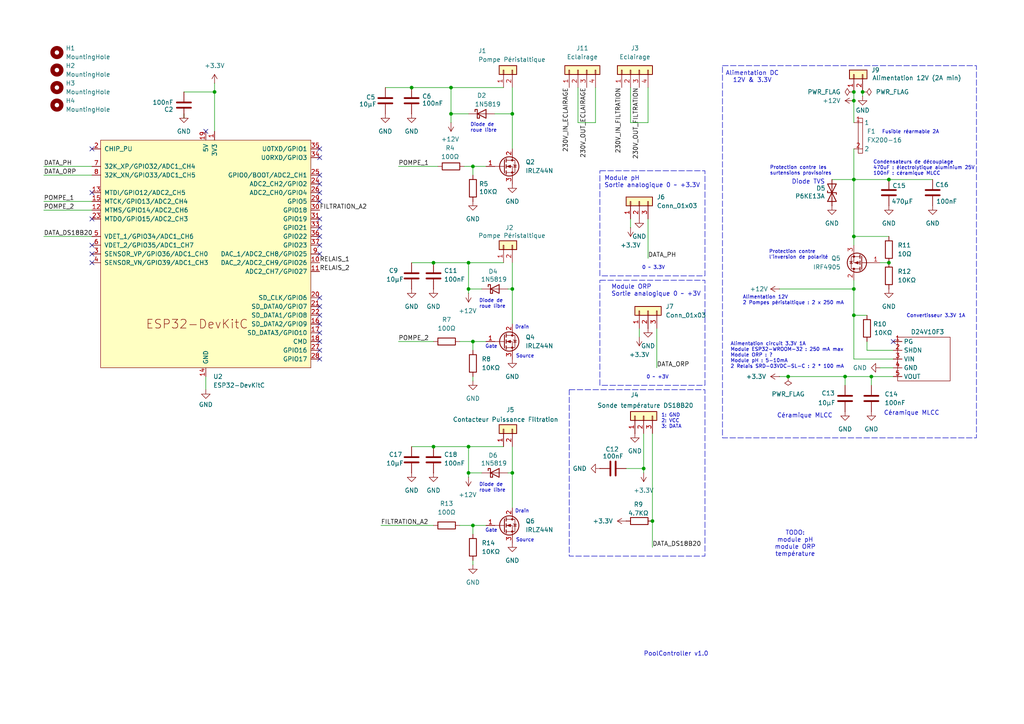
<source format=kicad_sch>
(kicad_sch (version 20250114) (generator "eeschema") (generator_version "9.0")
  (paper "A4")
  (rectangle (start 173.99 81.28) (end 204.47 111.76) (stroke (width 0) (type dash)))
  (rectangle (start 165.1 113.03) (end 204.47 161.29) (stroke (width 0) (type dash)))
  (rectangle (start -21.59 219.71) (end 40.64 285.75) (stroke (width 0) (type dash)))
  (rectangle (start 173.99 49.53) (end 204.47 80.01) (stroke (width 0) (type dash)))
  (rectangle (start -67.31 125.73) (end -6.35 191.77) (stroke (width 0) (type dash)))
  (rectangle (start 209.55 19.05) (end 283.21 127) (stroke (width 0) (type dash)))
  (text "Alimentation DC\n12V & 3.3V" (at 218.186 22.352 0) (effects (font (size 1.27 1.27))))
  (text "Protection contre \nl'inversion de polarité" (at 223.012 73.914 0) (effects (font (size 1.016 1.016)) (justify left)))
  (text "Diode de\nroue libre" (at -16.002 171.196 0) (effects (font (size 1.016 1.016)) (justify left)))
  (text "Céramique MLCC" (at 264.414 119.888 0) (effects (font (size 1.27 1.27))))
  (text "Diode de\nroue libre" (at 138.938 141.478 0) (effects (font (size 1.016 1.016)) (justify left)))
  (text "PoolController v1.0" (at 196.088 189.738 0) (effects (font (size 1.27 1.27))))
  (text "Gate" (at 130.556 256.794 0) (effects (font (size 1.016 1.016)) (justify left)))
  (text "TODO:\nmodule pH\nmodule ORP\ntempérature" (at 230.632 157.734 0) (effects (font (size 1.27 1.27))))
  (text "Drain" (at 139.192 251.206 0) (effects (font (size 1.016 1.016)) (justify left)))
  (text "Diode de\nroue libre" (at 136.398 37.084 0) (effects (font (size 1.016 1.016)) (justify left)))
  (text "Module ORP \nSortie analogique 0 ~ +3V" (at 177.292 84.328 0) (effects (font (size 1.27 1.27)) (justify left)))
  (text "Diode de\nroue libre" (at 128.778 244.348 0) (effects (font (size 1.016 1.016)) (justify left)))
  (text "Snubber\nRC" (at -66.04 159.258 0) (effects (font (size 1.016 1.016)) (justify left)))
  (text "Alimentation circuit 3.3V 1A\nModule ESP32-WROOM-32 : 250 mA max\nModule ORP : ?\nModule pH : 5-10mA\n2 Relais SRD-03VDC-SL-C : 2 * 100 mA" (at 211.836 103.124 0) (effects (font (size 1.016 1.016)) (justify left)))
  (text "Drain" (at 149.352 94.996 0) (effects (font (size 1.016 1.016)) (justify left)))
  (text "Source" (at 149.606 156.718 0) (effects (font (size 1.016 1.016)) (justify left)))
  (text "Drain" (at 149.352 148.336 0) (effects (font (size 1.016 1.016)) (justify left)))
  (text "Source" (at 149.606 103.378 0) (effects (font (size 1.016 1.016)) (justify left)))
  (text "1: GND\n2: VCC\n3: DATA" (at 191.77 122.174 0) (effects (font (size 1.016 1.016)) (justify left)))
  (text "Alimentation 12V\n2 Pompes péristaltique : 2 x 250 mA" (at 215.392 87.122 0) (effects (font (size 1.016 1.016)) (justify left)))
  (text "Diode TVS" (at 234.442 52.832 0) (effects (font (size 1.27 1.27))))
  (text "Source" (at 139.446 259.588 0) (effects (font (size 1.016 1.016)) (justify left)))
  (text "Gate" (at 140.716 153.924 0) (effects (font (size 1.016 1.016)) (justify left)))
  (text "0 ~ +3V" (at 187.452 109.474 0) (effects (font (size 1.016 1.016)) (justify left)))
  (text "Module pH\nSortie analogique 0 ~ +3.3V" (at 175.26 52.832 0) (effects (font (size 1.27 1.27)) (justify left)))
  (text "Convertisseur 3.3V 1A" (at 262.89 91.694 0) (effects (font (size 1.016 1.016)) (justify left)))
  (text "Relais 1\nEclairage" (at -15.748 223.266 0) (effects (font (size 1.27 1.27))))
  (text "Diode de\nroue libre" (at 31.242 264.414 0) (effects (font (size 1.016 1.016)) (justify left)))
  (text "0 ~ 3.3V" (at 186.182 77.724 0) (effects (font (size 1.016 1.016)) (justify left)))
  (text "Fusible réarmable 2A" (at 255.778 38.354 0) (effects (font (size 1.016 1.016)) (justify left)))
  (text "Gate" (at 140.716 100.584 0) (effects (font (size 1.016 1.016)) (justify left)))
  (text "Snubber\nRC" (at -20.828 253.746 0) (effects (font (size 1.016 1.016)) (justify left)))
  (text "Condensateurs de découplage\n470uF : électrolytique aluminium 25V\n100nF : céramique MLCC" (at 253.238 48.768 0) (effects (font (size 1.016 1.016)) (justify left)))
  (text "Diode de\nroue libre" (at 138.938 88.138 0) (effects (font (size 1.016 1.016)) (justify left)))
  (text "Relais 2\nFiltration" (at -61.468 129.286 0) (effects (font (size 1.27 1.27))))
  (text "Céramique MLCC" (at 233.426 120.65 0) (effects (font (size 1.27 1.27))))
  (text "Protection contre les\nsurtensions provisoires" (at 223.266 49.53 0) (effects (font (size 1.016 1.016)) (justify left)))
  (junction (at -40.64 162.56))
  (junction (at 3.81 256.54))
  (junction (at 245.11 109.22))
  (junction (at 247.65 83.82))
  (junction (at 137.16 48.26))
  (junction (at 137.16 152.4))
  (junction (at -6.35 241.3))
  (junction (at 12.7 256.54))
  (junction (at 125.73 76.2))
  (junction (at 130.81 33.02))
  (junction (at 252.73 109.22))
  (junction (at -53.34 179.07))
  (junction (at 247.65 68.58))
  (junction (at 125.73 232.41))
  (junction (at 148.59 83.82))
  (junction (at 257.81 52.07))
  (junction (at -8.89 273.05))
  (junction (at 62.23 26.67))
  (junction (at 135.89 76.2))
  (junction (at 127 255.27))
  (junction (at 3.81 241.3))
  (junction (at 247.65 52.07))
  (junction (at 250.19 26.67))
  (junction (at 257.81 76.2))
  (junction (at 19.05 256.54))
  (junction (at 115.57 232.41))
  (junction (at 138.43 240.03))
  (junction (at -33.02 162.56))
  (junction (at 247.65 26.67))
  (junction (at 137.16 99.06))
  (junction (at 186.69 135.89))
  (junction (at -26.67 162.56))
  (junction (at 148.59 33.02))
  (junction (at 247.65 29.21))
  (junction (at 135.89 137.16))
  (junction (at 148.59 137.16))
  (junction (at 135.89 83.82))
  (junction (at -50.8 147.32))
  (junction (at 135.89 129.54))
  (junction (at 189.23 151.13))
  (junction (at 247.65 91.44))
  (junction (at 130.81 25.4))
  (junction (at 228.6 109.22))
  (junction (at 119.38 25.4))
  (junction (at 125.73 129.54))
  (junction (at 125.73 240.03))
  (junction (at -40.64 147.32))
  (no_connect (at 92.71 50.8))
  (no_connect (at -3.81 256.54))
  (no_connect (at 92.71 71.12))
  (no_connect (at 26.67 55.88))
  (no_connect (at 92.71 66.04))
  (no_connect (at 59.69 38.1))
  (no_connect (at 26.67 71.12))
  (no_connect (at 92.71 101.6))
  (no_connect (at 92.71 45.72))
  (no_connect (at 92.71 91.44))
  (no_connect (at 26.67 63.5))
  (no_connect (at 26.67 76.2))
  (no_connect (at -48.26 162.56))
  (no_connect (at 92.71 68.58))
  (no_connect (at 259.08 99.06))
  (no_connect (at 92.71 58.42))
  (no_connect (at 92.71 73.66))
  (no_connect (at 92.71 93.98))
  (no_connect (at 92.71 63.5))
  (no_connect (at 26.67 43.18))
  (no_connect (at 92.71 86.36))
  (no_connect (at 92.71 99.06))
  (no_connect (at 92.71 53.34))
  (no_connect (at 26.67 73.66))
  (no_connect (at 92.71 88.9))
  (no_connect (at 92.71 96.52))
  (no_connect (at 92.71 104.14))
  (no_connect (at 92.71 43.18))
  (no_connect (at 92.71 55.88))
  (wire (pts (xy 12.7 257.81) (xy 12.7 256.54)))
  (wire (pts (xy 137.16 109.22) (xy 137.16 110.49)))
  (wire (pts (xy -40.64 162.56) (xy -40.64 184.15)))
  (wire (pts (xy 135.89 76.2) (xy 146.05 76.2)))
  (wire (pts (xy 182.88 66.04) (xy 182.88 63.5)))
  (wire (pts (xy 181.61 135.89) (xy 186.69 135.89)))
  (wire (pts (xy 247.65 104.14) (xy 259.08 104.14)))
  (wire (pts (xy -8.89 256.54) (xy -8.89 273.05)))
  (wire (pts (xy 59.69 113.03) (xy 59.69 109.22)))
  (wire (pts (xy -53.34 179.07) (xy -53.34 184.15)))
  (wire (pts (xy 245.11 109.22) (xy 245.11 111.76)))
  (wire (pts (xy 125.73 129.54) (xy 135.89 129.54)))
  (wire (pts (xy 247.65 83.82) (xy 247.65 91.44)))
  (wire (pts (xy 245.11 109.22) (xy 252.73 109.22)))
  (wire (pts (xy 137.16 99.06) (xy 140.97 99.06)))
  (wire (pts (xy 125.73 240.03) (xy 129.54 240.03)))
  (wire (pts (xy 143.51 33.02) (xy 148.59 33.02)))
  (wire (pts (xy 109.22 232.41) (xy 115.57 232.41)))
  (wire (pts (xy 148.59 83.82) (xy 148.59 93.98)))
  (wire (pts (xy 187.96 25.4) (xy 187.96 35.56)))
  (wire (pts (xy 189.23 125.73) (xy 189.23 151.13)))
  (wire (pts (xy 252.73 109.22) (xy 259.08 109.22)))
  (wire (pts (xy 137.16 240.03) (xy 138.43 240.03)))
  (wire (pts (xy 228.6 109.22) (xy 245.11 109.22)))
  (wire (pts (xy -2.54 228.6) (xy -1.27 228.6)))
  (wire (pts (xy 119.38 76.2) (xy 125.73 76.2)))
  (wire (pts (xy 119.38 25.4) (xy 130.81 25.4)))
  (wire (pts (xy 187.96 63.5) (xy 187.96 74.93)))
  (wire (pts (xy 257.81 52.07) (xy 270.51 52.07)))
  (wire (pts (xy 135.89 85.09) (xy 135.89 83.82)))
  (wire (pts (xy 137.16 152.4) (xy 140.97 152.4)))
  (wire (pts (xy 186.69 135.89) (xy 186.69 125.73)))
  (wire (pts (xy 182.88 35.56) (xy 187.96 35.56)))
  (wire (pts (xy 12.7 68.58) (xy 26.67 68.58)))
  (wire (pts (xy -53.34 179.07) (xy -63.5 179.07)))
  (wire (pts (xy 19.05 256.54) (xy 30.48 256.54)))
  (wire (pts (xy 135.89 138.43) (xy 135.89 137.16)))
  (wire (pts (xy 3.81 241.3) (xy 38.1 241.3)))
  (wire (pts (xy 12.7 60.96) (xy 26.67 60.96)))
  (wire (pts (xy 167.64 35.56) (xy 172.72 35.56)))
  (wire (pts (xy 252.73 109.22) (xy 252.73 111.76)))
  (wire (pts (xy -63.5 154.94) (xy -63.5 147.32)))
  (wire (pts (xy -26.67 162.56) (xy -26.67 163.83)))
  (wire (pts (xy 247.65 91.44) (xy 247.65 104.14)))
  (wire (pts (xy 127 255.27) (xy 127 257.81)))
  (wire (pts (xy 115.57 99.06) (xy 125.73 99.06)))
  (wire (pts (xy 147.32 83.82) (xy 148.59 83.82)))
  (wire (pts (xy 125.73 232.41) (xy 135.89 232.41)))
  (wire (pts (xy 8.89 228.6) (xy 11.43 228.6)))
  (wire (pts (xy -6.35 238.76) (xy -6.35 241.3)))
  (wire (pts (xy 247.65 26.67) (xy 247.65 29.21)))
  (wire (pts (xy -33.02 162.56) (xy -26.67 162.56)))
  (wire (pts (xy 226.06 109.22) (xy 228.6 109.22)))
  (wire (pts (xy 137.16 152.4) (xy 137.16 154.94)))
  (wire (pts (xy 119.38 129.54) (xy 125.73 129.54)))
  (wire (pts (xy -17.78 250.19) (xy -17.78 241.3)))
  (wire (pts (xy -46.99 134.62) (xy -45.72 134.62)))
  (wire (pts (xy 137.16 48.26) (xy 140.97 48.26)))
  (wire (pts (xy 167.64 25.4) (xy 167.64 35.56)))
  (wire (pts (xy 259.08 106.68) (xy 255.27 106.68)))
  (wire (pts (xy 247.65 81.28) (xy 247.65 83.82)))
  (wire (pts (xy 137.16 99.06) (xy 137.16 101.6)))
  (wire (pts (xy 130.81 25.4) (xy 130.81 33.02)))
  (wire (pts (xy -35.56 134.62) (xy -33.02 134.62)))
  (wire (pts (xy 38.1 256.54) (xy 38.1 241.3)))
  (wire (pts (xy 130.81 33.02) (xy 135.89 33.02)))
  (wire (pts (xy 133.35 152.4) (xy 137.16 152.4)))
  (wire (pts (xy 62.23 24.13) (xy 62.23 26.67)))
  (wire (pts (xy -17.78 264.16) (xy -17.78 265.43)))
  (wire (pts (xy 3.81 256.54) (xy 3.81 278.13)))
  (wire (pts (xy 3.81 241.3) (xy 3.81 236.22)))
  (wire (pts (xy 123.19 255.27) (xy 127 255.27)))
  (wire (pts (xy 148.59 33.02) (xy 148.59 43.18)))
  (wire (pts (xy -17.78 241.3) (xy -6.35 241.3)))
  (wire (pts (xy 259.08 101.6) (xy 251.46 101.6)))
  (wire (pts (xy -40.64 147.32) (xy -8.89 147.32)))
  (wire (pts (xy 135.89 83.82) (xy 139.7 83.82)))
  (wire (pts (xy 148.59 76.2) (xy 148.59 83.82)))
  (wire (pts (xy 125.73 240.03) (xy 125.73 232.41)))
  (wire (pts (xy 137.16 162.56) (xy 137.16 163.83)))
  (wire (pts (xy 247.65 52.07) (xy 247.65 68.58)))
  (wire (pts (xy 127 255.27) (xy 130.81 255.27)))
  (wire (pts (xy 12.7 50.8) (xy 26.67 50.8)))
  (wire (pts (xy -40.64 162.56) (xy -33.02 162.56)))
  (wire (pts (xy 250.19 26.67) (xy 250.19 27.94)))
  (wire (pts (xy 125.73 76.2) (xy 135.89 76.2)))
  (wire (pts (xy -26.67 162.56) (xy -16.51 162.56)))
  (wire (pts (xy 130.81 33.02) (xy 130.81 35.56)))
  (wire (pts (xy 130.81 25.4) (xy 146.05 25.4)))
  (wire (pts (xy 172.72 35.56) (xy 172.72 25.4)))
  (wire (pts (xy 53.34 26.67) (xy 62.23 26.67)))
  (wire (pts (xy -50.8 143.51) (xy -50.8 147.32)))
  (wire (pts (xy 127 265.43) (xy 127 266.7)))
  (wire (pts (xy -8.89 162.56) (xy -8.89 147.32)))
  (wire (pts (xy -17.78 273.05) (xy -8.89 273.05)))
  (wire (pts (xy 12.7 256.54) (xy 19.05 256.54)))
  (wire (pts (xy 147.32 137.16) (xy 148.59 137.16)))
  (wire (pts (xy 247.65 68.58) (xy 257.81 68.58)))
  (wire (pts (xy 189.23 151.13) (xy 189.23 158.75)))
  (wire (pts (xy 138.43 240.03) (xy 138.43 250.19)))
  (wire (pts (xy 251.46 99.06) (xy 251.46 101.6)))
  (wire (pts (xy 182.88 25.4) (xy 182.88 35.56)))
  (wire (pts (xy 134.62 48.26) (xy 137.16 48.26)))
  (wire (pts (xy 247.65 52.07) (xy 257.81 52.07)))
  (wire (pts (xy 125.73 241.3) (xy 125.73 240.03)))
  (wire (pts (xy 148.59 129.54) (xy 148.59 137.16)))
  (wire (pts (xy -63.5 147.32) (xy -50.8 147.32)))
  (wire (pts (xy -63.5 179.07) (xy -63.5 177.8)))
  (wire (pts (xy 247.65 68.58) (xy 247.65 71.12)))
  (wire (pts (xy -53.34 162.56) (xy -53.34 179.07)))
  (wire (pts (xy 190.5 95.25) (xy 190.5 106.68)))
  (wire (pts (xy 241.3 52.07) (xy 247.65 52.07)))
  (wire (pts (xy 247.65 29.21) (xy 247.65 35.56)))
  (wire (pts (xy 100.33 255.27) (xy 115.57 255.27)))
  (wire (pts (xy 12.7 58.42) (xy 26.67 58.42)))
  (wire (pts (xy 53.34 34.29) (xy 53.34 33.02)))
  (wire (pts (xy -8.89 273.05) (xy -8.89 278.13)))
  (wire (pts (xy 111.76 25.4) (xy 119.38 25.4)))
  (wire (pts (xy 133.35 99.06) (xy 137.16 99.06)))
  (wire (pts (xy -40.64 142.24) (xy -40.64 147.32)))
  (wire (pts (xy 137.16 48.26) (xy 137.16 50.8)))
  (wire (pts (xy 115.57 232.41) (xy 125.73 232.41)))
  (wire (pts (xy 148.59 137.16) (xy 148.59 147.32)))
  (wire (pts (xy -17.78 273.05) (xy -17.78 271.78)))
  (wire (pts (xy 135.89 137.16) (xy 139.7 137.16)))
  (wire (pts (xy 226.06 83.82) (xy 247.65 83.82)))
  (wire (pts (xy 186.69 137.16) (xy 186.69 135.89)))
  (wire (pts (xy 148.59 25.4) (xy 148.59 33.02)))
  (wire (pts (xy 115.57 48.26) (xy 127 48.26)))
  (wire (pts (xy 135.89 129.54) (xy 146.05 129.54)))
  (wire (pts (xy 3.81 256.54) (xy 12.7 256.54)))
  (wire (pts (xy 62.23 26.67) (xy 62.23 38.1)))
  (wire (pts (xy 135.89 137.16) (xy 135.89 129.54)))
  (wire (pts (xy 138.43 232.41) (xy 138.43 240.03)))
  (wire (pts (xy 247.65 43.18) (xy 247.65 52.07)))
  (wire (pts (xy 110.49 152.4) (xy 125.73 152.4)))
  (wire (pts (xy 247.65 91.44) (xy 251.46 91.44)))
  (wire (pts (xy 135.89 83.82) (xy 135.89 76.2)))
  (wire (pts (xy 19.05 257.81) (xy 19.05 256.54)))
  (wire (pts (xy -33.02 162.56) (xy -33.02 163.83)))
  (wire (pts (xy 12.7 48.26) (xy 26.67 48.26)))
  (wire (pts (xy 185.42 97.79) (xy 185.42 95.25)))
  (wire (pts (xy 257.81 76.2) (xy 255.27 76.2)))
  (label "FILTRATION_A2" (at 92.71 60.96 0))
  (label "POMPE_1" (at 115.57 48.26 0))
  (label "DATA_DS18B20" (at 12.7 68.58 0))
  (label "DATA_PH" (at 187.96 74.93 0))
  (label "230V_IN_ECLAIRAGE" (at -6.35 238.76 180))
  (label "230V_IN_FILTRATION" (at -50.8 143.51 180))
  (label "POMPE_2" (at 12.7 60.96 0))
  (label "DATA_ORP" (at 12.7 50.8 0))
  (label "POMPE_2" (at 115.57 99.06 0))
  (label "230V_OUT_FILTRATION" (at -53.34 184.15 180))
  (label "FILTRATION_A2" (at 110.49 152.4 0))
  (label "230V_OUT_ECLAIRAGE" (at 170.18 25.4 270))
  (label "RELAIS_2" (at -25.4 134.62 0))
  (label "DATA_PH" (at 12.7 48.26 0))
  (label "DATA_ORP" (at 190.5 106.68 0))
  (label "230V_IN_ECLAIRAGE" (at 165.1 25.4 270))
  (label "POMPE_1" (at 12.7 58.42 0))
  (label "FILTRATION_A2" (at 100.33 255.27 0))
  (label "DATA_DS18B20" (at 189.23 158.75 0))
  (label "230V_OUT_ECLAIRAGE" (at -8.89 278.13 180))
  (label "RELAIS_2" (at 92.71 78.74 0))
  (label "RELAIS_1" (at 19.05 228.6 0))
  (label "230V_IN_FILTRATION" (at 180.34 25.4 270))
  (label "230V_OUT_FILTRATION" (at 185.42 25.4 270))
  (label "RELAIS_1" (at 92.71 76.2 0))
  (symbol (lib_id "power:+3.3V") (at 181.61 151.13 90) (unit 1)
    (property "Reference" "#PWR023" (effects (hide yes)))
    (property "Value" "+3.3V" (at 177.8 151.1299 90) (effects (justify left)))
    (property "Description" "Power symbol creates a global label with name \"+3.3V\"" (effects (hide yes)))
  )
  (symbol (lib_id "power:+3.3V") (at 185.42 97.79 180) (unit 1)
    (property "Reference" "#PWR027" (effects (hide yes)))
    (property "Value" "+3.3V" (at 185.42 102.87 0))
    (property "Description" "Power symbol creates a global label with name \"+3.3V\"" (effects (hide yes)))
  )
  (symbol (lib_id "Device:C") (at 245.11 115.57 0) (unit 1)
    (property "Reference" "C13" (at 238.252 114.046 0) (effects (justify left)))
    (property "Value" "10 µF" (at 237.236 116.84 0) (effects (justify left)))
    (property "Footprint" "Capacitor_THT:C_Disc_D6.0mm_W4.4mm_P5.00mm" (effects (hide yes)))
    (property "Description" "Unpolarized capacitor" (effects (hide yes)))
  )
  (symbol (lib_id "Device:R") (at 137.16 158.75 0) (unit 1)
    (property "Reference" "R14" (at 139.7 157.4799 0) (effects (justify left)))
    (property "Value" "10KΩ" (at 139.7 160.0199 0) (effects (justify left)))
    (property "Footprint" "Resistor_THT:R_Axial_DIN0207_L6.3mm_D2.5mm_P10.16mm_Horizontal" (effects (hide yes)))
    (property "Description" "Resistor" (effects (hide yes)))
  )
  (symbol (lib_id "power:+3.3V") (at 3.81 278.13 180) (unit 1)
    (property "Reference" "#PWR03" (effects (hide yes)))
    (property "Value" "+3.3V" (at 3.81 283.21 0))
    (property "Description" "Power symbol creates a global label with name \"+3.3V\"" (effects (hide yes)))
  )
  (symbol (lib_id "power:GND") (at 111.76 33.02 0) (unit 1)
    (property "Reference" "#PWR08" (effects (hide yes)))
    (property "Value" "GND" (at 111.76 38.1 0))
    (property "Description" "Power symbol creates a global label with name \"GND\" , ground" (effects (hide yes)))
  )
  (symbol (lib_id "Device:C") (at 119.38 133.35 0) (unit 1)
    (property "Reference" "C17" (at 112.776 131.826 0) (effects (justify left)))
    (property "Value" "10 µF" (at 112.014 134.366 0) (effects (justify left)))
    (property "Footprint" "Capacitor_THT:C_Disc_D6.0mm_W4.4mm_P5.00mm" (effects (hide yes)))
    (property "Description" "Unpolarized capacitor" (effects (hide yes)))
  )
  (symbol (lib_id "power:GND") (at 173.99 135.89 270) (unit 1)
    (property "Reference" "#PWR022" (effects (hide yes)))
    (property "Value" "GND" (at 170.18 135.8899 90) (effects (justify right)))
    (property "Description" "Power symbol creates a global label with name \"GND\" , ground" (effects (hide yes)))
  )
  (symbol (lib_id "power:GND") (at 19.05 265.43 0) (unit 1)
    (property "Reference" "#PWR07" (effects (hide yes)))
    (property "Value" "GND" (at 19.05 270.51 0))
    (property "Description" "Power symbol creates a global label with name \"GND\" , ground" (effects (hide yes)))
  )
  (symbol (lib_id "power:GND") (at 12.7 265.43 0) (unit 1)
    (property "Reference" "#PWR06" (effects (hide yes)))
    (property "Value" "GND" (at 12.7 270.51 0))
    (property "Description" "Power symbol creates a global label with name \"GND\" , ground" (effects (hide yes)))
  )
  (symbol (lib_id "power:GND") (at 187.96 95.25 0) (unit 1)
    (property "Reference" "#PWR029" (effects (hide yes)))
    (property "Value" "GND" (at 187.96 100.33 0))
    (property "Description" "Power symbol creates a global label with name \"GND\" , ground" (effects (hide yes)))
  )
  (symbol (lib_id "Transistor_BJT:PN2222A") (at 3.81 231.14 90) (unit 1)
    (property "Reference" "Q1" (at 3.81 222.25 90))
    (property "Value" "PN2222A" (at 3.81 224.79 90))
    (property "Footprint" "Package_TO_SOT_THT:TO-92_Inline" (effects (hide yes)))
    (property "Datasheet" "https://www.onsemi.com/pub/Collateral/PN2222-D.PDF" (effects (hide yes)))
    (property "Description" "1A Ic, 40V Vce, NPN Transistor, General Purpose Transistor, TO-92" (effects (hide yes)))
  )
  (symbol (lib_id "power:GND") (at 148.59 157.48 0) (unit 1)
    (property "Reference" "#PWR045" (effects (hide yes)))
    (property "Value" "GND" (at 148.59 162.56 0))
    (property "Description" "Power symbol creates a global label with name \"GND\" , ground" (effects (hide yes)))
  )
  (symbol (lib_id "power:GND") (at 184.15 125.73 0) (unit 1)
    (property "Reference" "#PWR024" (effects (hide yes)))
    (property "Value" "GND" (at 184.15 130.81 0))
    (property "Description" "Power symbol creates a global label with name \"GND\" , ground" (effects (hide yes)))
  )
  (symbol (lib_id "power:GND") (at 125.73 137.16 0) (unit 1)
    (property "Reference" "#PWR043" (effects (hide yes)))
    (property "Value" "GND" (at 125.73 142.24 0))
    (property "Description" "Power symbol creates a global label with name \"GND\" , ground" (effects (hide yes)))
  )
  (symbol (lib_id "power:GND") (at 270.51 59.69 0) (unit 1)
    (property "Reference" "#PWR039" (effects (hide yes)))
    (property "Value" "GND" (at 270.51 64.77 0))
    (property "Description" "Power symbol creates a global label with name \"GND\" , ground" (effects (hide yes)))
  )
  (symbol (lib_id "Device:C") (at -33.02 167.64 0) (unit 1)
    (property "Reference" "C8" (at -38.862 165.862 0) (effects (justify left)))
    (property "Value" "10 µF" (at -39.37 169.926 0) (effects (justify left)))
    (property "Footprint" "Capacitor_THT:C_Disc_D6.0mm_W4.4mm_P5.00mm" (effects (hide yes)))
    (property "Description" "Unpolarized capacitor" (effects (hide yes)))
  )
  (symbol (lib_id "Transistor_FET:IRLZ44N") (at 146.05 99.06 0) (unit 1)
    (property "Reference" "Q4" (at 152.4 97.7899 0) (effects (justify left)))
    (property "Value" "IRLZ44N" (at 152.4 100.3299 0) (effects (justify left)))
    (property "Footprint" "Package_TO_SOT_THT:TO-220-3_Vertical" (effects (hide yes)))
    (property "Datasheet" "http://www.irf.com/product-info/datasheets/data/irlz44n.pdf" (effects (hide yes)))
    (property "Description" "47A Id, 55V Vds, 22mOhm Rds Single N-Channel HEXFET Power MOSFET, TO-220AB" (effects (hide yes)))
  )
  (symbol (lib_id "Diode:1N5819") (at 143.51 83.82 0) (unit 1)
    (property "Reference" "D4" (at 143.002 78.74 0))
    (property "Value" "1N5819" (at 143.256 81.026 0))
    (property "Footprint" "Diode_THT:D_DO-15_P10.16mm_Horizontal" (effects (hide yes)))
    (property "Datasheet" "http://www.vishay.com/docs/88525/1n5817.pdf" (effects (hide yes)))
    (property "Description" "40V 1A Schottky Barrier Rectifier Diode, DO-41" (effects (hide yes)))
  )
  (symbol (lib_id "power:PWR_FLAG") (at 250.19 26.67 270) (unit 1)
    (property "Reference" "#FLG015" (effects (hide yes)))
    (property "Value" "PWR_FLAG" (at 254 26.6699 90) (effects (justify left)))
    (property "Description" "Special symbol for telling ERC where power comes from" (effects (hide yes)))
  )
  (symbol (lib_id "Relay:SANYOU_SRD_Form_C") (at -45.72 154.94 180) (unit 1)
    (property "Reference" "K2" (at -34.29 153.6699 0) (effects (justify right)))
    (property "Value" "SANYOU_SRD_Form_C" (at -34.29 156.2099 0) (effects (justify right)))
    (property "Footprint" "Relay_THT:Relay_SPDT_SANYOU_SRD_Series_Form_C" (effects (hide yes)))
    (property "Datasheet" "http://www.sanyourelay.ca/public/products/pdf/SRD.pdf" (effects (hide yes)))
    (property "Description" "Sanyo SRD relay, Single Pole Miniature Power Relay," (effects (hide yes)))
  )
  (symbol (lib_id "MySymbols.lib:C_X2_Snubber_PME271") (at -63.5 162.56 0) (unit 1)
    (property "Reference" "C7" (at -60.452 162.56 0) (effects (justify left)))
    (property "Value" "PME271MB6100MR30" (at -62.484 165.862 0) (effects (justify left)))
    (property "Footprint" "Capacitor_THT:C_Rect_L19.0mm_W9.0mm_P15.00mm_MKS4" (effects (hide yes)))
    (property "Description" "Unpolarized capacitor" (effects (hide yes)))
  )
  (symbol (lib_id "Connector_Generic:Conn_01x03") (at 186.69 120.65 90) (unit 1)
    (property "Reference" "J4" (at 182.88 114.554 90) (effects (justify right)))
    (property "Value" "Sonde température DS18B20" (at 173.228 117.602 90) (effects (justify right)))
    (property "Footprint" "TerminalBlock_Altech:Altech_AK100_1x03_P5.00mm" (effects (hide yes)))
    (property "Description" "Generic connector, single row, 01x03, script generated (kicad-library-utils/schlib/autogen/connector/)" (effects (hide yes)))
  )
  (symbol (lib_id "Device:R") (at 257.81 72.39 0) (unit 1)
    (property "Reference" "R11" (at 260.35 71.1199 0) (effects (justify left)))
    (property "Value" "10Ω" (at 260.35 73.6599 0) (effects (justify left)))
    (property "Footprint" "Resistor_THT:R_Axial_DIN0207_L6.3mm_D2.5mm_P10.16mm_Horizontal" (effects (hide yes)))
    (property "Description" "Resistor" (effects (hide yes)))
  )
  (symbol (lib_id "power:GND") (at 119.38 33.02 0) (unit 1)
    (property "Reference" "#PWR09" (effects (hide yes)))
    (property "Value" "GND" (at 119.38 38.1 0))
    (property "Description" "Power symbol creates a global label with name \"GND\" , ground" (effects (hide yes)))
  )
  (symbol (lib_id "power:PWR_FLAG") (at 228.6 109.22 180) (unit 1)
    (property "Reference" "#FLG011" (effects (hide yes)))
    (property "Value" "PWR_FLAG" (at 228.6 114.3 0))
    (property "Description" "Special symbol for telling ERC where power comes from" (effects (hide yes)))
  )
  (symbol (lib_id "power:GND") (at -46.99 134.62 270) (unit 1)
    (property "Reference" "#PWR012" (effects (hide yes)))
    (property "Value" "GND" (at -50.8 134.6199 90) (effects (justify right)))
    (property "Description" "Power symbol creates a global label with name \"GND\" , ground" (effects (hide yes)))
  )
  (symbol (lib_id "power:GND") (at 137.16 110.49 0) (unit 1)
    (property "Reference" "#PWR019" (effects (hide yes)))
    (property "Value" "GND" (at 137.16 115.57 0))
    (property "Description" "Power symbol creates a global label with name \"GND\" , ground" (effects (hide yes)))
  )
  (symbol (lib_id "Device:R") (at 119.38 255.27 270) (unit 1)
    (property "Reference" "R15" (at 119.38 248.92 90))
    (property "Value" "100Ω" (at 119.38 251.46 90))
    (property "Footprint" "Resistor_THT:R_Axial_DIN0207_L6.3mm_D2.5mm_P10.16mm_Horizontal" (effects (hide yes)))
    (property "Description" "Resistor" (effects (hide yes)))
  )
  (symbol (lib_id "power:GND") (at 59.69 113.03 0) (unit 1)
    (property "Reference" "#PWR05" (effects (hide yes)))
    (property "Value" "GND" (at 59.69 117.348 0))
    (property "Description" "Power symbol creates a global label with name \"GND\" , ground" (effects (hide yes)))
  )
  (symbol (lib_id "Transistor_FET:IRLZ44N") (at 146.05 152.4 0) (unit 1)
    (property "Reference" "Q6" (at 152.4 151.1299 0) (effects (justify left)))
    (property "Value" "IRLZ44N" (at 152.4 153.6699 0) (effects (justify left)))
    (property "Footprint" "Package_TO_SOT_THT:TO-220-3_Vertical" (effects (hide yes)))
    (property "Datasheet" "http://www.irf.com/product-info/datasheets/data/irlz44n.pdf" (effects (hide yes)))
    (property "Description" "47A Id, 55V Vds, 22mOhm Rds Single N-Channel HEXFET Power MOSFET, TO-220AB" (effects (hide yes)))
  )
  (symbol (lib_id "power:GND") (at 109.22 240.03 0) (unit 1)
    (property "Reference" "#PWR041" (effects (hide yes)))
    (property "Value" "GND" (at 109.22 245.11 0))
    (property "Description" "Power symbol creates a global label with name \"GND\" , ground" (effects (hide yes)))
  )
  (symbol (lib_id "Device:R") (at 257.81 80.01 0) (unit 1)
    (property "Reference" "R12" (at 260.35 78.7399 0) (effects (justify left)))
    (property "Value" "10KΩ" (at 260.35 81.2799 0) (effects (justify left)))
    (property "Footprint" "Resistor_THT:R_Axial_DIN0207_L6.3mm_D2.5mm_P10.16mm_Horizontal" (effects (hide yes)))
    (property "Description" "Resistor" (effects (hide yes)))
  )
  (symbol (lib_id "Device:C") (at 270.51 55.88 0) (unit 1)
    (property "Reference" "C16" (at 271.272 53.594 0) (effects (justify left)))
    (property "Value" "100nF" (at 271.526 58.42 0) (effects (justify left)))
    (property "Footprint" "Capacitor_THT:C_Disc_D3.8mm_W2.6mm_P2.50mm" (effects (hide yes)))
    (property "Description" "Unpolarized capacitor" (effects (hide yes)))
  )
  (symbol (lib_id "power:GND") (at 257.81 83.82 0) (unit 1)
    (property "Reference" "#PWR038" (effects (hide yes)))
    (property "Value" "GND" (at 257.81 88.9 0))
    (property "Description" "Power symbol creates a global label with name \"GND\" , ground" (effects (hide yes)))
  )
  (symbol (lib_id "Device:C") (at 109.22 236.22 0) (unit 1)
    (property "Reference" "C19" (at 102.616 234.696 0) (effects (justify left)))
    (property "Value" "10 µF" (at 101.854 237.236 0) (effects (justify left)))
    (property "Footprint" "Capacitor_THT:C_Disc_D6.0mm_W4.4mm_P5.00mm" (effects (hide yes)))
    (property "Description" "Unpolarized capacitor" (effects (hide yes)))
  )
  (symbol (lib_id "Connector_Generic:Conn_01x02") (at 146.05 124.46 90) (unit 1)
    (property "Reference" "J5" (at 146.812 118.872 90) (effects (justify right)))
    (property "Value" "Contacteur Puissance Filtration" (at 131.318 121.666 90) (effects (justify right)))
    (property "Footprint" "TerminalBlock_Altech:Altech_AK100_1x02_P5.00mm" (effects (hide yes)))
    (property "Description" "Generic connector, single row, 01x02, script generated (kicad-library-utils/schlib/autogen/connector/)" (effects (hide yes)))
  )
  (symbol (lib_id "power:+12V") (at 135.89 138.43 180) (unit 1)
    (property "Reference" "#PWR044" (effects (hide yes)))
    (property "Value" "+12V" (at 135.636 143.51 0))
    (property "Description" "Power symbol creates a global label with name \"+12V\"" (effects (hide yes)))
  )
  (symbol (lib_id "power:GND") (at -33.02 171.45 0) (unit 1)
    (property "Reference" "#PWR015" (effects (hide yes)))
    (property "Value" "GND" (at -33.02 176.53 0))
    (property "Description" "Power symbol creates a global label with name \"GND\" , ground" (effects (hide yes)))
  )
  (symbol (lib_id "Transistor_FET:IRF4905") (at 250.19 76.2 180) (unit 1)
    (property "Reference" "Q5" (at 243.84 74.9299 0) (effects (justify left)))
    (property "Value" "IRF4905" (at 243.84 77.4699 0) (effects (justify left)))
    (property "Footprint" "Package_TO_SOT_THT:TO-220-3_Vertical" (effects (hide yes)))
    (property "Datasheet" "http://www.infineon.com/dgdl/irf4905.pdf?fileId=5546d462533600a4015355e32165197c" (effects (hide yes)))
    (property "Description" "-74A Id, -55V Vds, Single P-Channel HEXFET Power MOSFET, 20mOhm Ron, TO-220AB" (effects (hide yes)))
  )
  (symbol (lib_id "power:GND") (at 125.73 83.82 0) (unit 1)
    (property "Reference" "#PWR018" (effects (hide yes)))
    (property "Value" "GND" (at 125.73 88.9 0))
    (property "Description" "Power symbol creates a global label with name \"GND\" , ground" (effects (hide yes)))
  )
  (symbol (lib_id "power:+12V") (at 247.65 29.21 90) (unit 1)
    (property "Reference" "#PWR040" (effects (hide yes)))
    (property "Value" "+12V" (at 243.84 29.2099 90) (effects (justify left)))
    (property "Description" "Power symbol creates a global label with name \"+12V\"" (effects (hide yes)))
  )
  (symbol (lib_id "MySymbols.lib:FX200-16") (at 247.65 39.37 0) (unit 1)
    (property "Reference" "F1" (at 251.46 38.0999 0) (effects (justify left)))
    (property "Value" "FX200-16" (at 251.46 40.6399 0) (effects (justify left)))
    (property "Footprint" "Fuse:Fuse_Bourns_MF-RHT200" (effects (hide yes)))
  )
  (symbol (lib_id "Diode:1N5819") (at 133.35 240.03 0) (unit 1)
    (property "Reference" "D7" (at 132.842 234.95 0))
    (property "Value" "1N5819" (at 133.096 237.236 0))
    (property "Footprint" "Diode_THT:D_DO-15_P10.16mm_Horizontal" (effects (hide yes)))
    (property "Datasheet" "http://www.vishay.com/docs/88525/1n5817.pdf" (effects (hide yes)))
    (property "Description" "40V 1A Schottky Barrier Rectifier Diode, DO-41" (effects (hide yes)))
  )
  (symbol (lib_id "Mechanical:MountingHole") (at 16.51 25.4 0) (unit 1) (in_bom no)
    (property "Reference" "H3" (at 19.05 24.1299 0) (effects (justify left)))
    (property "Value" "MountingHole" (at 19.05 26.6699 0) (effects (justify left)))
    (property "Footprint" "MountingHole:MountingHole_3.2mm_M3" (effects (hide yes)))
    (property "Description" "Mounting Hole without connection" (effects (hide yes)))
  )
  (symbol (lib_id "Transistor_BJT:PN2222A") (at -40.64 137.16 90) (unit 1)
    (property "Reference" "Q3" (at -40.64 128.27 90))
    (property "Value" "PN2222A" (at -40.64 130.81 90))
    (property "Footprint" "Package_TO_SOT_THT:TO-92_Inline" (effects (hide yes)))
    (property "Datasheet" "https://www.onsemi.com/pub/Collateral/PN2222-D.PDF" (effects (hide yes)))
    (property "Description" "1A Ic, 40V Vce, NPN Transistor, General Purpose Transistor, TO-92" (effects (hide yes)))
  )
  (symbol (lib_name "D24V10F3_1") (lib_id "MySymbols.lib:D24V10F3") (at 267.97 104.14 0) (unit 1)
    (property "Reference" "U3" (effects (hide yes)))
    (property "Value" "D24V10F3" (at 264.16 96.266 0) (effects (justify left)))
    (property "Footprint" "MyLibrary:Pololu_D24V10F3" (effects (hide yes)))
  )
  (symbol (lib_id "Connector_Generic:Conn_01x02") (at 146.05 20.32 90) (unit 1)
    (property "Reference" "J1" (at 138.684 14.732 90) (effects (justify right)))
    (property "Value" "Pompe Péristaltique" (at 138.684 17.272 90) (effects (justify right)))
    (property "Footprint" "TerminalBlock_Altech:Altech_AK100_1x02_P5.00mm" (effects (hide yes)))
    (property "Description" "Generic connector, single row, 01x02, script generated (kicad-library-utils/schlib/autogen/connector/)" (effects (hide yes)))
  )
  (symbol (lib_id "Device:C") (at 19.05 261.62 0) (unit 1)
    (property "Reference" "C4" (at 22.352 260.35 0) (effects (justify left)))
    (property "Value" "100nF" (at 22.352 262.89 0) (effects (justify left)))
    (property "Footprint" "Capacitor_THT:C_Disc_D3.8mm_W2.6mm_P2.50mm" (effects (hide yes)))
    (property "Description" "Unpolarized capacitor" (effects (hide yes)))
  )
  (symbol (lib_id "Mechanical:MountingHole") (at 16.51 20.32 0) (unit 1) (in_bom no)
    (property "Reference" "H2" (at 19.05 19.0499 0) (effects (justify left)))
    (property "Value" "MountingHole" (at 19.05 21.5899 0) (effects (justify left)))
    (property "Footprint" "MountingHole:MountingHole_3.2mm_M3" (effects (hide yes)))
    (property "Description" "Mounting Hole without connection" (effects (hide yes)))
  )
  (symbol (lib_id "power:GND") (at 257.81 59.69 0) (unit 1)
    (property "Reference" "#PWR037" (effects (hide yes)))
    (property "Value" "GND" (at 257.81 64.77 0))
    (property "Description" "Power symbol creates a global label with name \"GND\" , ground" (effects (hide yes)))
  )
  (symbol (lib_id "power:GND") (at 115.57 240.03 0) (unit 1)
    (property "Reference" "#PWR047" (effects (hide yes)))
    (property "Value" "GND" (at 115.57 245.11 0))
    (property "Description" "Power symbol creates a global label with name \"GND\" , ground" (effects (hide yes)))
  )
  (symbol (lib_id "Device:D_TVS") (at 241.3 55.88 90) (unit 1)
    (property "Reference" "D5" (at 236.728 54.61 90) (effects (justify right)))
    (property "Value" "P6KE13A" (at 230.632 56.896 90) (effects (justify right)))
    (property "Footprint" "Diode_THT:D_DO-15_P10.16mm_Horizontal" (effects (hide yes)))
    (property "Description" "Bidirectional transient-voltage-suppression diode" (effects (hide yes)))
  )
  (symbol (lib_id "Connector_Generic:Conn_01x02") (at 135.89 227.33 90) (unit 1)
    (property "Reference" "J8" (at 136.652 221.742 90) (effects (justify right)))
    (property "Value" "Contacteur Puissance Filtration" (at 121.158 224.536 90) (effects (justify right)))
    (property "Footprint" "TerminalBlock_Altech:Altech_AK100_1x02_P5.00mm" (effects (hide yes)))
    (property "Description" "Generic connector, single row, 01x02, script generated (kicad-library-utils/schlib/autogen/connector/)" (effects (hide yes)))
  )
  (symbol (lib_id "Device:C") (at 53.34 30.48 180) (unit 1)
    (property "Reference" "C2" (at 50.292 31.75 0) (effects (justify left)))
    (property "Value" "100nF" (at 50.292 29.718 0) (effects (justify left)))
    (property "Footprint" "Capacitor_THT:C_Disc_D3.8mm_W2.6mm_P2.50mm" (effects (hide yes)))
    (property "Description" "Unpolarized capacitor" (effects (hide yes)))
  )
  (symbol (lib_id "power:PWR_FLAG") (at 247.65 26.67 90) (unit 1)
    (property "Reference" "#FLG014" (effects (hide yes)))
    (property "Value" "PWR_FLAG" (at 243.84 26.6699 90) (effects (justify left)))
    (property "Description" "Special symbol for telling ERC where power comes from" (effects (hide yes)))
  )
  (symbol (lib_id "power:+3.3V") (at 226.06 109.22 90) (unit 1)
    (property "Reference" "#PWR031" (effects (hide yes)))
    (property "Value" "+3.3V" (at 222.25 109.2199 90) (effects (justify left)))
    (property "Description" "Power symbol creates a global label with name \"+3.3V\"" (effects (hide yes)))
  )
  (symbol (lib_id "Device:R") (at 127 261.62 0) (unit 1)
    (property "Reference" "R16" (at 129.54 260.3499 0) (effects (justify left)))
    (property "Value" "10KΩ" (at 129.54 262.8899 0) (effects (justify left)))
    (property "Footprint" "Resistor_THT:R_Axial_DIN0207_L6.3mm_D2.5mm_P10.16mm_Horizontal" (effects (hide yes)))
    (property "Description" "Resistor" (effects (hide yes)))
  )
  (symbol (lib_id "Transistor_FET:IRLZ44N") (at 135.89 255.27 0) (unit 1)
    (property "Reference" "Q7" (at 142.24 253.9999 0) (effects (justify left)))
    (property "Value" "IRLZ44N" (at 142.24 256.5399 0) (effects (justify left)))
    (property "Footprint" "Package_TO_SOT_THT:TO-220-3_Vertical" (effects (hide yes)))
    (property "Datasheet" "http://www.irf.com/product-info/datasheets/data/irlz44n.pdf" (effects (hide yes)))
    (property "Description" "47A Id, 55V Vds, 22mOhm Rds Single N-Channel HEXFET Power MOSFET, TO-220AB" (effects (hide yes)))
  )
  (symbol (lib_id "Device:R") (at -17.78 267.97 180) (unit 1)
    (property "Reference" "R1" (at -16.256 266.7 0) (effects (justify right)))
    (property "Value" "100Ω" (at -16.002 269.24 0) (effects (justify right)))
    (property "Footprint" "Resistor_THT:R_Axial_DIN0207_L6.3mm_D2.5mm_P10.16mm_Horizontal" (effects (hide yes)))
    (property "Description" "Resistor" (effects (hide yes)))
  )
  (symbol (lib_id "Device:C") (at 115.57 236.22 0) (unit 1)
    (property "Reference" "C20" (at 118.618 234.696 0) (effects (justify left)))
    (property "Value" "100nF" (at 118.618 237.236 0) (effects (justify left)))
    (property "Footprint" "Capacitor_THT:C_Disc_D3.8mm_W2.6mm_P2.50mm" (effects (hide yes)))
    (property "Description" "Unpolarized capacitor" (effects (hide yes)))
  )
  (symbol (lib_id "power:GND") (at 137.16 58.42 0) (unit 1)
    (property "Reference" "#PWR011" (effects (hide yes)))
    (property "Value" "GND" (at 137.16 63.5 0))
    (property "Description" "Power symbol creates a global label with name \"GND\" , ground" (effects (hide yes)))
  )
  (symbol (lib_id "Transistor_FET:IRLZ44N") (at 146.05 48.26 0) (unit 1)
    (property "Reference" "Q2" (at 152.4 46.9899 0) (effects (justify left)))
    (property "Value" "IRLZ44N" (at 152.4 49.5299 0) (effects (justify left)))
    (property "Footprint" "Package_TO_SOT_THT:TO-220-3_Vertical" (effects (hide yes)))
    (property "Datasheet" "http://www.irf.com/product-info/datasheets/data/irlz44n.pdf" (effects (hide yes)))
    (property "Description" "47A Id, 55V Vds, 22mOhm Rds Single N-Channel HEXFET Power MOSFET, TO-220AB" (effects (hide yes)))
  )
  (symbol (lib_id "Connector_Generic:Conn_01x03") (at 185.42 58.42 90) (unit 1)
    (property "Reference" "J6" (at 190.5 57.1499 90) (effects (justify right)))
    (property "Value" "Conn_01x03" (at 190.5 59.6899 90) (effects (justify right)))
    (property "Footprint" "TerminalBlock_Altech:Altech_AK100_1x03_P5.00mm" (effects (hide yes)))
    (property "Description" "Generic connector, single row, 01x03, script generated (kicad-library-utils/schlib/autogen/connector/)" (effects (hide yes)))
  )
  (symbol (lib_id "Device:C") (at 177.8 135.89 90) (unit 1)
    (property "Reference" "C12" (at 177.546 130.302 90))
    (property "Value" "100nF" (at 177.8 132.334 90))
    (property "Footprint" "Capacitor_THT:C_Disc_D3.8mm_W2.6mm_P2.50mm" (effects (hide yes)))
    (property "Description" "Unpolarized capacitor" (effects (hide yes)))
  )
  (symbol (lib_id "power:GND") (at 252.73 119.38 0) (unit 1)
    (property "Reference" "#PWR035" (effects (hide yes)))
    (property "Value" "GND" (at 252.73 124.46 0))
    (property "Description" "Power symbol creates a global label with name \"GND\" , ground" (effects (hide yes)))
  )
  (symbol (lib_id "power:GND") (at 138.43 260.35 0) (unit 1)
    (property "Reference" "#PWR050" (effects (hide yes)))
    (property "Value" "GND" (at 138.43 265.43 0))
    (property "Description" "Power symbol creates a global label with name \"GND\" , ground" (effects (hide yes)))
  )
  (symbol (lib_id "power:+12V") (at 130.81 35.56 180) (unit 1)
    (property "Reference" "#PWR010" (effects (hide yes)))
    (property "Value" "+12V" (at 130.556 40.386 0))
    (property "Description" "Power symbol creates a global label with name \"+12V\"" (effects (hide yes)))
  )
  (symbol (lib_id "power:GND") (at -26.67 171.45 0) (unit 1)
    (property "Reference" "#PWR017" (effects (hide yes)))
    (property "Value" "GND" (at -26.67 176.53 0))
    (property "Description" "Power symbol creates a global label with name \"GND\" , ground" (effects (hide yes)))
  )
  (symbol (lib_id "Mechanical:MountingHole") (at 16.51 30.48 0) (unit 1) (in_bom no)
    (property "Reference" "H4" (at 19.05 29.2099 0) (effects (justify left)))
    (property "Value" "MountingHole" (at 19.05 31.7499 0) (effects (justify left)))
    (property "Footprint" "MountingHole:MountingHole_3.2mm_M3" (effects (hide yes)))
    (property "Description" "Mounting Hole without connection" (effects (hide yes)))
  )
  (symbol (lib_id "power:GND") (at 245.11 119.38 0) (unit 1)
    (property "Reference" "#PWR033" (effects (hide yes)))
    (property "Value" "GND" (at 245.11 124.46 0))
    (property "Description" "Power symbol creates a global label with name \"GND\" , ground" (effects (hide yes)))
  )
  (symbol (lib_id "Mechanical:MountingHole") (at 16.51 15.24 0) (unit 1) (in_bom no)
    (property "Reference" "H1" (at 19.05 13.9699 0) (effects (justify left)))
    (property "Value" "MountingHole" (at 19.05 16.5099 0) (effects (justify left)))
    (property "Footprint" "MountingHole:MountingHole_3.2mm_M3" (effects (hide yes)))
    (property "Description" "Mounting Hole without connection" (effects (hide yes)))
  )
  (symbol (lib_id "Device:C") (at 125.73 133.35 0) (unit 1)
    (property "Reference" "C18" (at 128.778 131.826 0) (effects (justify left)))
    (property "Value" "100nF" (at 128.778 134.366 0) (effects (justify left)))
    (property "Footprint" "Capacitor_THT:C_Disc_D3.8mm_W2.6mm_P2.50mm" (effects (hide yes)))
    (property "Description" "Unpolarized capacitor" (effects (hide yes)))
  )
  (symbol (lib_id "Device:R") (at 129.54 152.4 270) (unit 1)
    (property "Reference" "R13" (at 129.54 146.05 90))
    (property "Value" "100Ω" (at 129.54 148.59 90))
    (property "Footprint" "Resistor_THT:R_Axial_DIN0207_L6.3mm_D2.5mm_P10.16mm_Horizontal" (effects (hide yes)))
    (property "Description" "Resistor" (effects (hide yes)))
  )
  (symbol (lib_id "power:GND") (at -2.54 228.6 270) (unit 1)
    (property "Reference" "#PWR02" (effects (hide yes)))
    (property "Value" "GND" (at -6.35 228.5999 90) (effects (justify right)))
    (property "Description" "Power symbol creates a global label with name \"GND\" , ground" (effects (hide yes)))
  )
  (symbol (lib_id "Device:R") (at 130.81 48.26 270) (unit 1)
    (property "Reference" "R4" (at 130.556 42.926 90))
    (property "Value" "100Ω" (at 130.556 45.466 90))
    (property "Footprint" "Resistor_THT:R_Axial_DIN0207_L6.3mm_D2.5mm_P10.16mm_Horizontal" (effects (hide yes)))
    (property "Description" "Resistor" (effects (hide yes)))
  )
  (symbol (lib_id "Connector_Generic:Conn_01x02") (at 247.65 21.59 90) (unit 1)
    (property "Reference" "J9" (at 252.73 20.3199 90) (effects (justify right)))
    (property "Value" "Alimentation 12V (2A min)" (at 252.984 22.606 90) (effects (justify right)))
    (property "Footprint" "TerminalBlock_Altech:Altech_AK100_1x02_P5.00mm" (effects (hide yes)))
    (property "Description" "Generic connector, single row, 01x02, script generated (kicad-library-utils/schlib/autogen/connector/)" (effects (hide yes)))
  )
  (symbol (lib_id "Device:R") (at 137.16 54.61 0) (unit 1)
    (property "Reference" "R5" (at 138.938 53.34 0) (effects (justify left)))
    (property "Value" "10KΩ" (at 138.938 55.626 0) (effects (justify left)))
    (property "Footprint" "Resistor_THT:R_Axial_DIN0207_L6.3mm_D2.5mm_P10.16mm_Horizontal" (effects (hide yes)))
    (property "Description" "Resistor" (effects (hide yes)))
  )
  (symbol (lib_id "Device:C") (at 119.38 80.01 0) (unit 1)
    (property "Reference" "C9" (at 112.776 78.486 0) (effects (justify left)))
    (property "Value" "10 µF" (at 112.014 81.026 0) (effects (justify left)))
    (property "Footprint" "Capacitor_THT:C_Disc_D6.0mm_W4.4mm_P5.00mm" (effects (hide yes)))
    (property "Description" "Unpolarized capacitor" (effects (hide yes)))
  )
  (symbol (lib_id "Device:C") (at 125.73 80.01 0) (unit 1)
    (property "Reference" "C11" (at 128.778 78.486 0) (effects (justify left)))
    (property "Value" "100nF" (at 128.778 81.026 0) (effects (justify left)))
    (property "Footprint" "Capacitor_THT:C_Disc_D3.8mm_W2.6mm_P2.50mm" (effects (hide yes)))
    (property "Description" "Unpolarized capacitor" (effects (hide yes)))
  )
  (symbol (lib_id "power:GND") (at 148.59 53.34 0) (unit 1)
    (property "Reference" "#PWR013" (effects (hide yes)))
    (property "Value" "GND" (at 148.59 58.42 0))
    (property "Description" "Power symbol creates a global label with name \"GND\" , ground" (effects (hide yes)))
  )
  (symbol (lib_id "power:GND") (at 53.34 33.02 0) (unit 1)
    (property "Reference" "#PWR01" (effects (hide yes)))
    (property "Value" "GND" (at 53.34 38.1 0))
    (property "Description" "Power symbol creates a global label with name \"GND\" , ground" (effects (hide yes)))
  )
  (symbol (lib_id "Connector_Generic:Conn_01x04") (at 167.64 20.32 90) (unit 1)
    (property "Reference" "J11" (at 168.91 13.97 90))
    (property "Value" "Eclairage" (at 168.91 16.51 90))
    (property "Footprint" "TerminalBlock_Altech:Altech_AK100_1x04_P5.00mm" (effects (hide yes)))
    (property "Description" "Generic connector, single row, 01x04, script generated (kicad-library-utils/schlib/autogen/connector/)" (effects (hide yes)))
  )
  (symbol (lib_id "Device:C") (at 111.76 29.21 0) (unit 1)
    (property "Reference" "C5" (at 106.172 28.194 0) (effects (justify left)))
    (property "Value" "10 µF" (at 104.14 30.226 0) (effects (justify left)))
    (property "Footprint" "Capacitor_THT:C_Disc_D6.0mm_W4.4mm_P5.00mm" (effects (hide yes)))
    (property "Description" "Unpolarized capacitor" (effects (hide yes)))
  )
  (symbol (lib_id "power:GND") (at 185.42 63.5 0) (unit 1)
    (property "Reference" "#PWR028" (effects (hide yes)))
    (property "Value" "GND" (at 185.42 68.58 0))
    (property "Description" "Power symbol creates a global label with name \"GND\" , ground" (effects (hide yes)))
  )
  (symbol (lib_id "power:+12V") (at 125.73 241.3 180) (unit 1)
    (property "Reference" "#PWR048" (effects (hide yes)))
    (property "Value" "+12V" (at 125.476 246.38 0))
    (property "Description" "Power symbol creates a global label with name \"+12V\"" (effects (hide yes)))
  )
  (symbol (lib_id "power:GND") (at 127 266.7 0) (unit 1)
    (property "Reference" "#PWR049" (effects (hide yes)))
    (property "Value" "GND" (at 127 271.78 0))
    (property "Description" "Power symbol creates a global label with name \"GND\" , ground" (effects (hide yes)))
  )
  (symbol (lib_id "Connector_Generic:Conn_01x02") (at 146.05 71.12 90) (unit 1)
    (property "Reference" "J2" (at 146.558 66.04 90) (effects (justify right)))
    (property "Value" "Pompe Péristaltique" (at 138.684 68.326 90) (effects (justify right)))
    (property "Footprint" "TerminalBlock_Altech:Altech_AK100_1x02_P5.00mm" (effects (hide yes)))
    (property "Description" "Generic connector, single row, 01x02, script generated (kicad-library-utils/schlib/autogen/connector/)" (effects (hide yes)))
  )
  (symbol (lib_id "Device:R") (at 129.54 99.06 270) (unit 1)
    (property "Reference" "R7" (at 129.54 92.71 90))
    (property "Value" "100Ω" (at 129.54 95.25 90))
    (property "Footprint" "Resistor_THT:R_Axial_DIN0207_L6.3mm_D2.5mm_P10.16mm_Horizontal" (effects (hide yes)))
    (property "Description" "Resistor" (effects (hide yes)))
  )
  (symbol (lib_id "Connector_Generic:Conn_01x04") (at 182.88 20.32 90) (unit 1)
    (property "Reference" "J3" (at 184.15 13.97 90))
    (property "Value" "Eclairage" (at 184.15 16.51 90))
    (property "Footprint" "TerminalBlock_Altech:Altech_AK100_1x04_P5.00mm" (effects (hide yes)))
    (property "Description" "Generic connector, single row, 01x04, script generated (kicad-library-utils/schlib/autogen/connector/)" (effects (hide yes)))
  )
  (symbol (lib_id "Device:R") (at -63.5 173.99 180) (unit 1)
    (property "Reference" "R3" (at -61.976 172.72 0) (effects (justify right)))
    (property "Value" "100Ω" (at -61.722 175.26 0) (effects (justify right)))
    (property "Footprint" "Resistor_THT:R_Axial_DIN0207_L6.3mm_D2.5mm_P10.16mm_Horizontal" (effects (hide yes)))
    (property "Description" "Resistor" (effects (hide yes)))
  )
  (symbol (lib_id "Device:C") (at -26.67 167.64 0) (unit 1)
    (property "Reference" "C10" (at -24.638 165.608 0) (effects (justify left)))
    (property "Value" "100nF" (at -24.638 169.926 0) (effects (justify left)))
    (property "Footprint" "Capacitor_THT:C_Disc_D3.8mm_W2.6mm_P2.50mm" (effects (hide yes)))
    (property "Description" "Unpolarized capacitor" (effects (hide yes)))
  )
  (symbol (lib_id "power:GND") (at 137.16 163.83 0) (unit 1)
    (property "Reference" "#PWR046" (effects (hide yes)))
    (property "Value" "GND" (at 137.16 168.91 0))
    (property "Description" "Power symbol creates a global label with name \"GND\" , ground" (effects (hide yes)))
  )
  (symbol (lib_id "Diode:1N4007") (at 34.29 256.54 0) (unit 1)
    (property "Reference" "D1" (at 34.036 259.08 0))
    (property "Value" "1N4007" (at 34.036 261.366 0))
    (property "Footprint" "Diode_THT:D_DO-41_SOD81_P10.16mm_Horizontal" (effects (hide yes)))
    (property "Datasheet" "http://www.vishay.com/docs/88503/1n4001.pdf" (effects (hide yes)))
    (property "Description" "1000V 1A General Purpose Rectifier Diode, DO-41" (effects (hide yes)))
    (property "Sim.Device" "D" (effects (hide yes)))
    (property "Sim.Pins" "1=K 2=A" (effects (hide yes)))
  )
  (symbol (lib_id "power:+3.3V") (at 186.69 137.16 180) (unit 1)
    (property "Reference" "#PWR025" (effects (hide yes)))
    (property "Value" "+3.3V" (at 186.69 142.24 0))
    (property "Description" "Power symbol creates a global label with name \"+3.3V\"" (effects (hide yes)))
  )
  (symbol (lib_id "Device:C") (at 119.38 29.21 0) (unit 1)
    (property "Reference" "C6" (at 122.428 27.94 0) (effects (justify left)))
    (property "Value" "100nF" (at 122.428 29.972 0) (effects (justify left)))
    (property "Footprint" "Capacitor_THT:C_Disc_D3.8mm_W2.6mm_P2.50mm" (effects (hide yes)))
    (property "Description" "Unpolarized capacitor" (effects (hide yes)))
  )
  (symbol (lib_id "Diode:1N5819") (at 143.51 137.16 0) (unit 1)
    (property "Reference" "D6" (at 143.002 132.08 0))
    (property "Value" "1N5819" (at 143.256 134.366 0))
    (property "Footprint" "Diode_THT:D_DO-15_P10.16mm_Horizontal" (effects (hide yes)))
    (property "Datasheet" "http://www.vishay.com/docs/88525/1n5817.pdf" (effects (hide yes)))
    (property "Description" "40V 1A Schottky Barrier Rectifier Diode, DO-41" (effects (hide yes)))
  )
  (symbol (lib_id "power:+3.3V") (at 182.88 66.04 180) (unit 1)
    (property "Reference" "#PWR026" (effects (hide yes)))
    (property "Value" "+3.3V" (at 182.88 71.12 0))
    (property "Description" "Power symbol creates a global label with name \"+3.3V\"" (effects (hide yes)))
  )
  (symbol (lib_id "power:GND") (at 255.27 106.68 270) (unit 1)
    (property "Reference" "#PWR036" (effects (hide yes)))
    (property "Value" "GND" (at 251.46 106.6799 90) (effects (justify right)))
    (property "Description" "Power symbol creates a global label with name \"GND\" , ground" (effects (hide yes)))
  )
  (symbol (lib_id "Connector_Generic:Conn_01x03") (at 187.96 90.17 90) (unit 1)
    (property "Reference" "J7" (at 193.04 88.8999 90) (effects (justify right)))
    (property "Value" "Conn_01x03" (at 193.04 91.4399 90) (effects (justify right)))
    (property "Footprint" "TerminalBlock_Altech:Altech_AK100_1x03_P5.00mm" (effects (hide yes)))
    (property "Description" "Generic connector, single row, 01x03, script generated (kicad-library-utils/schlib/autogen/connector/)" (effects (hide yes)))
  )
  (symbol (lib_id "MySymbols.lib:C_X2_Snubber_PME271") (at -17.78 257.81 0) (unit 1)
    (property "Reference" "C1" (at -14.732 257.81 0) (effects (justify left)))
    (property "Value" "PME271MB6100MR30" (at -16.764 261.112 0) (effects (justify left)))
    (property "Footprint" "Capacitor_THT:C_Rect_L19.0mm_W9.0mm_P15.00mm_MKS4" (effects (hide yes)))
    (property "Description" "Unpolarized capacitor" (effects (hide yes)))
  )
  (symbol (lib_id "power:GND") (at 148.59 104.14 0) (unit 1)
    (property "Reference" "#PWR021" (effects (hide yes)))
    (property "Value" "GND" (at 148.59 109.22 0))
    (property "Description" "Power symbol creates a global label with name \"GND\" , ground" (effects (hide yes)))
  )
  (symbol (lib_id "power:GND") (at 119.38 137.16 0) (unit 1)
    (property "Reference" "#PWR042" (effects (hide yes)))
    (property "Value" "GND" (at 119.38 142.24 0))
    (property "Description" "Power symbol creates a global label with name \"GND\" , ground" (effects (hide yes)))
  )
  (symbol (lib_id "Relay:SANYOU_SRD_Form_C") (at -1.27 248.92 180) (unit 1)
    (property "Reference" "K1" (at 10.16 247.6499 0) (effects (justify right)))
    (property "Value" "SANYOU_SRD_Form_C" (at 10.16 250.1899 0) (effects (justify right)))
    (property "Footprint" "Relay_THT:Relay_SPDT_SANYOU_SRD_Series_Form_C" (effects (hide yes)))
    (property "Datasheet" "http://www.sanyourelay.ca/public/products/pdf/SRD.pdf" (effects (hide yes)))
    (property "Description" "Sanyo SRD relay, Single Pole Miniature Power Relay," (effects (hide yes)))
  )
  (symbol (lib_id "power:+3.3V") (at -40.64 184.15 180) (unit 1)
    (property "Reference" "#PWR014" (effects (hide yes)))
    (property "Value" "+3.3V" (at -40.64 189.23 0))
    (property "Description" "Power symbol creates a global label with name \"+3.3V\"" (effects (hide yes)))
  )
  (symbol (lib_id "Diode:1N5819") (at 139.7 33.02 0) (unit 1)
    (property "Reference" "D2" (at 139.7 27.686 0))
    (property "Value" "1N5819" (at 141.478 30.226 0))
    (property "Footprint" "Diode_THT:D_DO-15_P10.16mm_Horizontal" (effects (hide yes)))
    (property "Datasheet" "http://www.vishay.com/docs/88525/1n5817.pdf" (effects (hide yes)))
    (property "Description" "40V 1A Schottky Barrier Rectifier Diode, DO-41" (effects (hide yes)))
  )
  (symbol (lib_id "Device:R") (at -29.21 134.62 270) (unit 1)
    (property "Reference" "R6" (at -29.21 130.302 90))
    (property "Value" "330Ω" (at -29.21 132.334 90))
    (property "Footprint" "Resistor_THT:R_Axial_DIN0207_L6.3mm_D2.5mm_P10.16mm_Horizontal" (effects (hide yes)))
    (property "Description" "Resistor" (effects (hide yes)))
  )
  (symbol (lib_id "power:GND") (at 250.19 27.94 0) (unit 1)
    (property "Reference" "#PWR034" (effects (hide yes)))
    (property "Value" "GND" (at 250.19 32.004 0))
    (property "Description" "Power symbol creates a global label with name \"GND\" , ground" (effects (hide yes)))
  )
  (symbol (lib_id "Device:C") (at 12.7 261.62 0) (unit 1)
    (property "Reference" "C3" (at 7.112 260.096 0) (effects (justify left)))
    (property "Value" "10 µF" (at 4.826 262.89 0) (effects (justify left)))
    (property "Footprint" "Capacitor_THT:C_Disc_D6.0mm_W4.4mm_P5.00mm" (effects (hide yes)))
    (property "Description" "Unpolarized capacitor" (effects (hide yes)))
  )
  (symbol (lib_id "Device:C") (at 252.73 115.57 0) (unit 1)
    (property "Reference" "C14" (at 256.54 114.2999 0) (effects (justify left)))
    (property "Value" "100nF" (at 256.54 116.8399 0) (effects (justify left)))
    (property "Footprint" "Capacitor_THT:C_Disc_D3.8mm_W2.6mm_P2.50mm" (effects (hide yes)))
    (property "Description" "Unpolarized capacitor" (effects (hide yes)))
  )
  (symbol (lib_id "power:+3.3V") (at 62.23 24.13 0) (unit 1)
    (property "Reference" "#PWR04" (effects (hide yes)))
    (property "Value" "+3.3V" (at 62.23 19.05 0))
    (property "Description" "Power symbol creates a global label with name \"+3.3V\"" (effects (hide yes)))
  )
  (symbol (lib_id "Device:R") (at 185.42 151.13 90) (unit 1)
    (property "Reference" "R9" (at 185.166 146.304 90))
    (property "Value" "4.7KΩ" (at 185.166 148.844 90))
    (property "Footprint" "Resistor_THT:R_Axial_DIN0207_L6.3mm_D2.5mm_P10.16mm_Horizontal" (effects (hide yes)))
    (property "Description" "Resistor" (effects (hide yes)))
  )
  (symbol (lib_id "Device:R") (at 137.16 105.41 0) (unit 1)
    (property "Reference" "R8" (at 139.7 104.1399 0) (effects (justify left)))
    (property "Value" "10KΩ" (at 139.7 106.6799 0) (effects (justify left)))
    (property "Footprint" "Resistor_THT:R_Axial_DIN0207_L6.3mm_D2.5mm_P10.16mm_Horizontal" (effects (hide yes)))
    (property "Description" "Resistor" (effects (hide yes)))
  )
  (symbol (lib_id "Device:C") (at 257.81 55.88 0) (unit 1)
    (property "Reference" "C15" (at 258.826 53.848 0) (effects (justify left)))
    (property "Value" "470µF" (at 258.572 58.42 0) (effects (justify left)))
    (property "Footprint" "Capacitor_THT:CP_Radial_D10.0mm_P5.00mm" (effects (hide yes)))
    (property "Description" "Unpolarized capacitor" (effects (hide yes)))
  )
  (symbol (lib_id "power:+12V") (at 135.89 85.09 180) (unit 1)
    (property "Reference" "#PWR020" (effects (hide yes)))
    (property "Value" "+12V" (at 135.636 90.17 0))
    (property "Description" "Power symbol creates a global label with name \"+12V\"" (effects (hide yes)))
  )
  (symbol (lib_id "power:GND") (at 119.38 83.82 0) (unit 1)
    (property "Reference" "#PWR016" (effects (hide yes)))
    (property "Value" "GND" (at 119.38 88.9 0))
    (property "Description" "Power symbol creates a global label with name \"GND\" , ground" (effects (hide yes)))
  )
  (symbol (lib_id "Diode:1N4007") (at -12.7 162.56 0) (unit 1)
    (property "Reference" "D3" (at -12.954 165.608 0))
    (property "Value" "1N4007" (at -12.446 167.894 0))
    (property "Footprint" "Diode_THT:D_DO-41_SOD81_P10.16mm_Horizontal" (effects (hide yes)))
    (property "Datasheet" "http://www.vishay.com/docs/88503/1n4001.pdf" (effects (hide yes)))
    (property "Description" "1000V 1A General Purpose Rectifier Diode, DO-41" (effects (hide yes)))
    (property "Sim.Device" "D" (effects (hide yes)))
    (property "Sim.Pins" "1=K 2=A" (effects (hide yes)))
  )
  (symbol (lib_id "Espressif:ESP32-DevKitC") (at 59.69 73.66 0) (unit 1)
    (property "Reference" "U2" (at 61.8333 109.22 0) (effects (justify left)))
    (property "Value" "ESP32-DevKitC" (at 61.8333 111.76 0) (effects (justify left)))
    (property "Footprint" "Espressif:ESP32-DevKitC" (effects (hide yes)))
    (property "Datasheet" "https://docs.espressif.com/projects/esp-idf/zh_CN/latest/esp32/hw-reference/esp32/get-started-devkitc.html" (effects (hide yes)))
    (property "Description" "Development Kit" (effects (hide yes)))
  )
  (symbol (lib_id "power:+12V") (at 226.06 83.82 90) (unit 1)
    (property "Reference" "#PWR030" (effects (hide yes)))
    (property "Value" "+12V" (at 222.758 83.82 90) (effects (justify left)))
    (property "Description" "Power symbol creates a global label with name \"+12V\"" (effects (hide yes)))
  )
  (symbol (lib_id "Device:R") (at 15.24 228.6 270) (unit 1)
    (property "Reference" "R2" (at 15.24 224.282 90))
    (property "Value" "330Ω" (at 15.24 226.314 90))
    (property "Footprint" "Resistor_THT:R_Axial_DIN0207_L6.3mm_D2.5mm_P10.16mm_Horizontal" (effects (hide yes)))
    (property "Description" "Resistor" (effects (hide yes)))
  )
  (symbol (lib_id "power:GND") (at 241.3 59.69 0) (unit 1)
    (property "Reference" "#PWR032" (effects (hide yes)))
    (property "Value" "GND" (at 241.3 64.77 0))
    (property "Description" "Power symbol creates a global label with name \"GND\" , ground" (effects (hide yes)))
  )
  (symbol (lib_id "Device:R") (at 251.46 95.25 0) (unit 1)
    (property "Reference" "R10" (at 253.238 93.98 0) (effects (justify left)))
    (property "Value" "10KΩ" (at 253.492 96.52 0) (effects (justify left)))
    (property "Footprint" "Resistor_THT:R_Axial_DIN0207_L6.3mm_D2.5mm_P10.16mm_Horizontal" (effects (hide yes)))
    (property "Description" "Resistor" (effects (hide yes)))
  )
)
</source>
